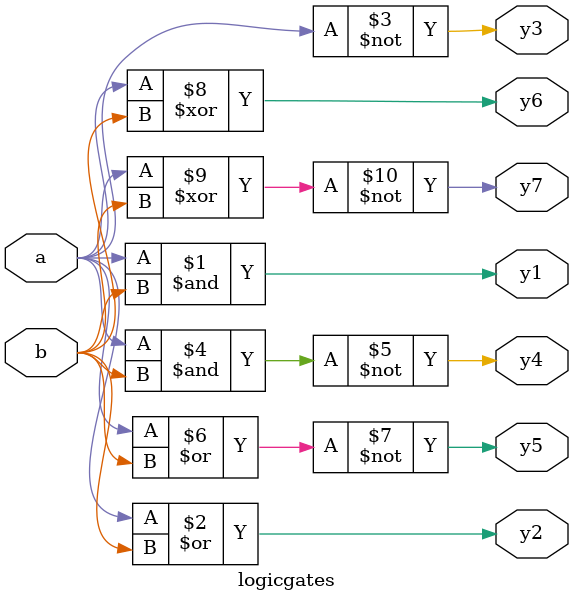
<source format=v>
module logicgates (a,b,y1,y2,y3,y4,y5,y6,y7);
  input a,b;
  output y1, y2, y3, y4, y5, y6, y7;
//universal gates
  
  assign y1 = a & b;
  assign y2 = a | b; 
  assign y3 = ~ a;
  assign y4 = ~(a & b);
  assign y5 = ~(a | b);
  assign y6 = a ^ b;
  assign y7 = ~(a ^ b);
  
  endmodule

</source>
